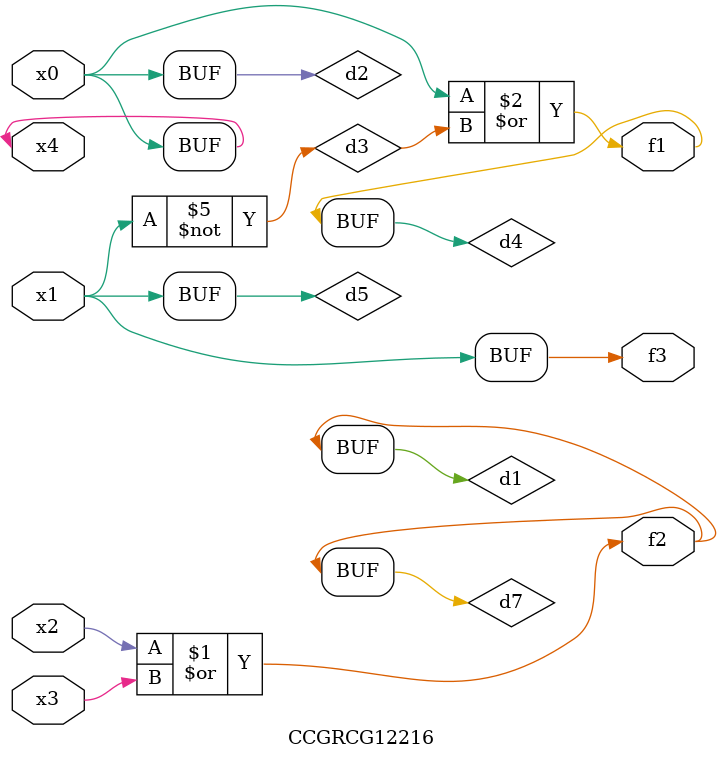
<source format=v>
module CCGRCG12216(
	input x0, x1, x2, x3, x4,
	output f1, f2, f3
);

	wire d1, d2, d3, d4, d5, d6, d7;

	or (d1, x2, x3);
	buf (d2, x0, x4);
	not (d3, x1);
	or (d4, d2, d3);
	not (d5, d3);
	nand (d6, d1, d3);
	or (d7, d1);
	assign f1 = d4;
	assign f2 = d7;
	assign f3 = d5;
endmodule

</source>
